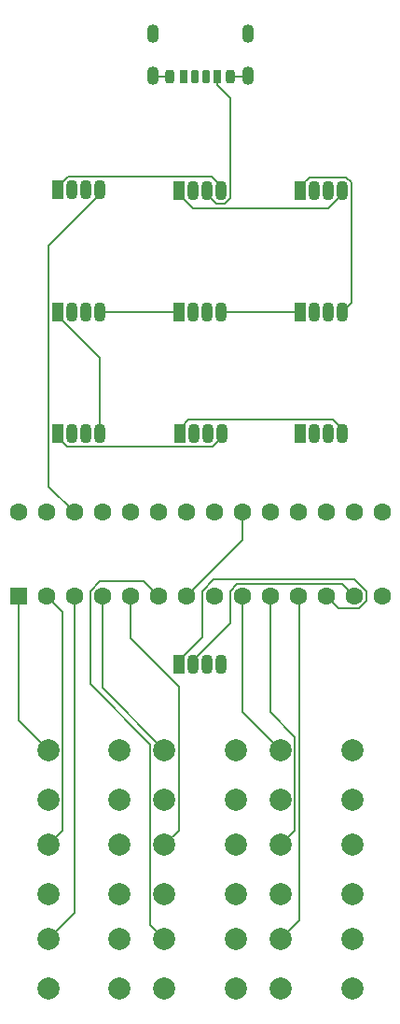
<source format=gbr>
%TF.GenerationSoftware,KiCad,Pcbnew,9.0.6*%
%TF.CreationDate,2025-12-09T19:02:22+01:00*%
%TF.ProjectId,tictactoe,74696374-6163-4746-9f65-2e6b69636164,rev?*%
%TF.SameCoordinates,Original*%
%TF.FileFunction,Copper,L1,Top*%
%TF.FilePolarity,Positive*%
%FSLAX46Y46*%
G04 Gerber Fmt 4.6, Leading zero omitted, Abs format (unit mm)*
G04 Created by KiCad (PCBNEW 9.0.6) date 2025-12-09 19:02:22*
%MOMM*%
%LPD*%
G01*
G04 APERTURE LIST*
G04 Aperture macros list*
%AMRoundRect*
0 Rectangle with rounded corners*
0 $1 Rounding radius*
0 $2 $3 $4 $5 $6 $7 $8 $9 X,Y pos of 4 corners*
0 Add a 4 corners polygon primitive as box body*
4,1,4,$2,$3,$4,$5,$6,$7,$8,$9,$2,$3,0*
0 Add four circle primitives for the rounded corners*
1,1,$1+$1,$2,$3*
1,1,$1+$1,$4,$5*
1,1,$1+$1,$6,$7*
1,1,$1+$1,$8,$9*
0 Add four rect primitives between the rounded corners*
20,1,$1+$1,$2,$3,$4,$5,0*
20,1,$1+$1,$4,$5,$6,$7,0*
20,1,$1+$1,$6,$7,$8,$9,0*
20,1,$1+$1,$8,$9,$2,$3,0*%
G04 Aperture macros list end*
%TA.AperFunction,ComponentPad*%
%ADD10O,1.070000X1.800000*%
%TD*%
%TA.AperFunction,ComponentPad*%
%ADD11R,1.070000X1.800000*%
%TD*%
%TA.AperFunction,HeatsinkPad*%
%ADD12O,1.100000X1.700000*%
%TD*%
%TA.AperFunction,SMDPad,CuDef*%
%ADD13RoundRect,0.200000X0.200000X0.400000X-0.200000X0.400000X-0.200000X-0.400000X0.200000X-0.400000X0*%
%TD*%
%TA.AperFunction,SMDPad,CuDef*%
%ADD14RoundRect,0.190000X0.190000X0.410000X-0.190000X0.410000X-0.190000X-0.410000X0.190000X-0.410000X0*%
%TD*%
%TA.AperFunction,SMDPad,CuDef*%
%ADD15RoundRect,0.175000X-0.175000X-0.425000X0.175000X-0.425000X0.175000X0.425000X-0.175000X0.425000X0*%
%TD*%
%TA.AperFunction,SMDPad,CuDef*%
%ADD16RoundRect,0.200000X-0.200000X-0.400000X0.200000X-0.400000X0.200000X0.400000X-0.200000X0.400000X0*%
%TD*%
%TA.AperFunction,SMDPad,CuDef*%
%ADD17RoundRect,0.190000X-0.190000X-0.410000X0.190000X-0.410000X0.190000X0.410000X-0.190000X0.410000X0*%
%TD*%
%TA.AperFunction,SMDPad,CuDef*%
%ADD18RoundRect,0.175000X0.175000X0.425000X-0.175000X0.425000X-0.175000X-0.425000X0.175000X-0.425000X0*%
%TD*%
%TA.AperFunction,ComponentPad*%
%ADD19RoundRect,0.250000X0.550000X-0.550000X0.550000X0.550000X-0.550000X0.550000X-0.550000X-0.550000X0*%
%TD*%
%TA.AperFunction,ComponentPad*%
%ADD20C,1.600000*%
%TD*%
%TA.AperFunction,ComponentPad*%
%ADD21C,2.000000*%
%TD*%
%TA.AperFunction,Conductor*%
%ADD22C,0.200000*%
%TD*%
G04 APERTURE END LIST*
D10*
%TO.P,D7,4,DI*%
%TO.N,Net-(D6-DO)*%
X139385000Y-71585000D03*
%TO.P,D7,3,VDD*%
%TO.N,+5V*%
X138115000Y-71585000D03*
%TO.P,D7,2,GND*%
%TO.N,GND*%
X136845000Y-71585000D03*
D11*
%TO.P,D7,1,DO*%
%TO.N,Net-(D7-DO)*%
X135575000Y-71585000D03*
%TD*%
D10*
%TO.P,D8,4,DI*%
%TO.N,Net-(D7-DO)*%
X150425000Y-71585000D03*
%TO.P,D8,3,VDD*%
%TO.N,+5V*%
X149155000Y-71585000D03*
%TO.P,D8,2,GND*%
%TO.N,GND*%
X147885000Y-71585000D03*
D11*
%TO.P,D8,1,DO*%
%TO.N,Net-(D8-DO)*%
X146615000Y-71585000D03*
%TD*%
D10*
%TO.P,D9,4,DI*%
%TO.N,Net-(D8-DO)*%
X161405000Y-71585000D03*
%TO.P,D9,3,VDD*%
%TO.N,+5V*%
X160135000Y-71585000D03*
%TO.P,D9,2,GND*%
%TO.N,GND*%
X158865000Y-71585000D03*
D11*
%TO.P,D9,1,DO*%
%TO.N,unconnected-(D9-DO-Pad1)*%
X157595000Y-71585000D03*
%TD*%
D10*
%TO.P,D4,4,DI*%
%TO.N,Net-(D3-DO)*%
X161390000Y-60585000D03*
%TO.P,D4,3,VDD*%
%TO.N,+5V*%
X160120000Y-60585000D03*
%TO.P,D4,2,GND*%
%TO.N,GND*%
X158850000Y-60585000D03*
D11*
%TO.P,D4,1,DO*%
%TO.N,Net-(D4-DO)*%
X157580000Y-60585000D03*
%TD*%
D10*
%TO.P,D2,4,DI*%
%TO.N,Net-(D1-DO)*%
X150385000Y-49585000D03*
%TO.P,D2,3,VDD*%
%TO.N,+5V*%
X149115000Y-49585000D03*
%TO.P,D2,2,GND*%
%TO.N,GND*%
X147845000Y-49585000D03*
D11*
%TO.P,D2,1,DO*%
%TO.N,Net-(D2-DO)*%
X146575000Y-49585000D03*
%TD*%
D10*
%TO.P,D5,4,DI*%
%TO.N,Net-(D4-DO)*%
X150385000Y-60585000D03*
%TO.P,D5,3,VDD*%
%TO.N,+5V*%
X149115000Y-60585000D03*
%TO.P,D5,2,GND*%
%TO.N,GND*%
X147845000Y-60585000D03*
D11*
%TO.P,D5,1,DO*%
%TO.N,Net-(D5-DO)*%
X146575000Y-60585000D03*
%TD*%
D10*
%TO.P,D3,4,DI*%
%TO.N,Net-(D2-DO)*%
X161385000Y-49585000D03*
%TO.P,D3,3,VDD*%
%TO.N,+5V*%
X160115000Y-49585000D03*
%TO.P,D3,2,GND*%
%TO.N,GND*%
X158845000Y-49585000D03*
D11*
%TO.P,D3,1,DO*%
%TO.N,Net-(D3-DO)*%
X157575000Y-49585000D03*
%TD*%
D10*
%TO.P,D6,4,DI*%
%TO.N,Net-(D5-DO)*%
X139385000Y-60585000D03*
%TO.P,D6,3,VDD*%
%TO.N,+5V*%
X138115000Y-60585000D03*
%TO.P,D6,2,GND*%
%TO.N,GND*%
X136845000Y-60585000D03*
D11*
%TO.P,D6,1,DO*%
%TO.N,Net-(D6-DO)*%
X135575000Y-60585000D03*
%TD*%
D12*
%TO.P,J1,S1,SHIELD*%
%TO.N,GND*%
X144170000Y-35400000D03*
X144170000Y-39200000D03*
X152810000Y-35400000D03*
X152810000Y-39200000D03*
D13*
%TO.P,J1,B12,GND*%
X151240000Y-39280000D03*
D14*
%TO.P,J1,B9,VBUS*%
%TO.N,+5V*%
X150010000Y-39280000D03*
D15*
%TO.P,J1,B5,CC2*%
%TO.N,unconnected-(J1-CC2-PadB5)*%
X147990000Y-39280000D03*
D16*
%TO.P,J1,A12,GND*%
%TO.N,GND*%
X145740000Y-39280000D03*
D17*
%TO.P,J1,A9,VBUS*%
%TO.N,+5V*%
X146970000Y-39280000D03*
D18*
%TO.P,J1,A5,CC1*%
%TO.N,unconnected-(J1-CC1-PadA5)*%
X148990000Y-39280000D03*
%TD*%
D11*
%TO.P,D1,1,DO*%
%TO.N,Net-(D1-DO)*%
X135585000Y-49550000D03*
D10*
%TO.P,D1,2,GND*%
%TO.N,GND*%
X136855000Y-49550000D03*
%TO.P,D1,3,VDD*%
%TO.N,+5V*%
X138125000Y-49550000D03*
%TO.P,D1,4,DI*%
%TO.N,display*%
X139395000Y-49550000D03*
%TD*%
D19*
%TO.P,U1,1,~{RESET}/PC6*%
%TO.N,Net-(U1-~{RESET}{slash}PC6)*%
X131980000Y-86355000D03*
D20*
%TO.P,U1,2,PD0*%
%TO.N,Net-(U1-PD0)*%
X134520000Y-86355000D03*
%TO.P,U1,3,PD1*%
%TO.N,Net-(U1-PD1)*%
X137060000Y-86355000D03*
%TO.P,U1,4,PD2*%
%TO.N,Net-(U1-PD2)*%
X139600000Y-86355000D03*
%TO.P,U1,5,PD3*%
%TO.N,Net-(U1-PD3)*%
X142140000Y-86355000D03*
%TO.P,U1,6,PD4*%
%TO.N,Net-(U1-PD4)*%
X144680000Y-86355000D03*
%TO.P,U1,7,VCC*%
%TO.N,+5V*%
X147220000Y-86355000D03*
%TO.P,U1,8,GND*%
%TO.N,GND*%
X149760000Y-86355000D03*
%TO.P,U1,9,XTAL1/PB6*%
%TO.N,Net-(U1-XTAL1{slash}PB6)*%
X152300000Y-86355000D03*
%TO.P,U1,10,XTAL2/PB7*%
%TO.N,Net-(U1-XTAL2{slash}PB7)*%
X154840000Y-86355000D03*
%TO.P,U1,11,PD5*%
%TO.N,Net-(U1-PD5)*%
X157380000Y-86355000D03*
%TO.P,U1,12,PD6*%
%TO.N,Net-(D10-RA)*%
X159920000Y-86355000D03*
%TO.P,U1,13,PD7*%
%TO.N,Net-(D10-GA)*%
X162460000Y-86355000D03*
%TO.P,U1,14,PB0*%
%TO.N,Net-(D10-BA)*%
X165000000Y-86355000D03*
%TO.P,U1,15,PB1*%
%TO.N,unconnected-(U1-PB1-Pad15)*%
X165000000Y-78735000D03*
%TO.P,U1,16,PB2*%
%TO.N,unconnected-(U1-PB2-Pad16)*%
X162460000Y-78735000D03*
%TO.P,U1,17,PB3*%
%TO.N,unconnected-(U1-PB3-Pad17)*%
X159920000Y-78735000D03*
%TO.P,U1,18,PB4*%
%TO.N,unconnected-(U1-PB4-Pad18)*%
X157380000Y-78735000D03*
%TO.P,U1,19,PB5*%
%TO.N,unconnected-(U1-PB5-Pad19)*%
X154840000Y-78735000D03*
%TO.P,U1,20,AVCC*%
%TO.N,+5V*%
X152300000Y-78735000D03*
%TO.P,U1,21,AREF*%
%TO.N,unconnected-(U1-AREF-Pad21)*%
X149760000Y-78735000D03*
%TO.P,U1,22,GND*%
%TO.N,GND*%
X147220000Y-78735000D03*
%TO.P,U1,23,PC0*%
%TO.N,unconnected-(U1-PC0-Pad23)*%
X144680000Y-78735000D03*
%TO.P,U1,24,PC1*%
%TO.N,unconnected-(U1-PC1-Pad24)*%
X142140000Y-78735000D03*
%TO.P,U1,25,PC2*%
%TO.N,unconnected-(U1-PC2-Pad25)*%
X139600000Y-78735000D03*
%TO.P,U1,26,PC3*%
%TO.N,display*%
X137060000Y-78735000D03*
%TO.P,U1,27,PC4*%
%TO.N,unconnected-(U1-PC4-Pad27)*%
X134520000Y-78735000D03*
%TO.P,U1,28,PC5*%
%TO.N,unconnected-(U1-PC5-Pad28)*%
X131980000Y-78735000D03*
%TD*%
D21*
%TO.P,SW9,1,1*%
%TO.N,Net-(U1-PD5)*%
X155790000Y-117415564D03*
X162290000Y-117415564D03*
%TO.P,SW9,2,2*%
%TO.N,GND*%
X155790000Y-121915564D03*
X162290000Y-121915564D03*
%TD*%
%TO.P,SW8,1,1*%
%TO.N,Net-(U1-XTAL2{slash}PB7)*%
X155790000Y-108865564D03*
X162290000Y-108865564D03*
%TO.P,SW8,2,2*%
%TO.N,GND*%
X155790000Y-113365564D03*
X162290000Y-113365564D03*
%TD*%
%TO.P,SW7,1,1*%
%TO.N,Net-(U1-XTAL1{slash}PB6)*%
X155790000Y-100315564D03*
X162290000Y-100315564D03*
%TO.P,SW7,2,2*%
%TO.N,GND*%
X155790000Y-104815564D03*
X162290000Y-104815564D03*
%TD*%
%TO.P,SW6,1,1*%
%TO.N,Net-(U1-PD4)*%
X145240000Y-117415564D03*
X151740000Y-117415564D03*
%TO.P,SW6,2,2*%
%TO.N,GND*%
X145240000Y-121915564D03*
X151740000Y-121915564D03*
%TD*%
%TO.P,SW5,1,1*%
%TO.N,Net-(U1-PD3)*%
X145240000Y-108865564D03*
X151740000Y-108865564D03*
%TO.P,SW5,2,2*%
%TO.N,GND*%
X145240000Y-113365564D03*
X151740000Y-113365564D03*
%TD*%
%TO.P,SW4,1,1*%
%TO.N,Net-(U1-PD2)*%
X145240000Y-100315564D03*
X151740000Y-100315564D03*
%TO.P,SW4,2,2*%
%TO.N,GND*%
X145240000Y-104815564D03*
X151740000Y-104815564D03*
%TD*%
%TO.P,SW3,1,1*%
%TO.N,Net-(U1-PD1)*%
X134690000Y-117415564D03*
X141190000Y-117415564D03*
%TO.P,SW3,2,2*%
%TO.N,GND*%
X134690000Y-121915564D03*
X141190000Y-121915564D03*
%TD*%
%TO.P,SW2,1,1*%
%TO.N,Net-(U1-PD0)*%
X134690000Y-108865564D03*
X141190000Y-108865564D03*
%TO.P,SW2,2,2*%
%TO.N,GND*%
X134690000Y-113365564D03*
X141190000Y-113365564D03*
%TD*%
%TO.P,SW1,1,1*%
%TO.N,Net-(U1-~{RESET}{slash}PC6)*%
X134690000Y-100315564D03*
X141190000Y-100315564D03*
%TO.P,SW1,2,2*%
%TO.N,GND*%
X134690000Y-104815564D03*
X141190000Y-104815564D03*
%TD*%
D11*
%TO.P,D10,1,RA*%
%TO.N,Net-(D10-RA)*%
X146585000Y-92550000D03*
D10*
%TO.P,D10,2,GA*%
%TO.N,Net-(D10-GA)*%
X147855000Y-92550000D03*
%TO.P,D10,3,BA*%
%TO.N,Net-(D10-BA)*%
X149125000Y-92550000D03*
%TO.P,D10,4,K*%
%TO.N,GND*%
X150395000Y-92550000D03*
%TD*%
D22*
%TO.N,Net-(D10-RA)*%
X161021000Y-87456000D02*
X159920000Y-86355000D01*
X163561000Y-86811050D02*
X162916050Y-87456000D01*
X163561000Y-85898950D02*
X163561000Y-86811050D01*
X162515050Y-84853000D02*
X163561000Y-85898950D01*
X149704950Y-84853000D02*
X162515050Y-84853000D01*
X148659000Y-85898950D02*
X149704950Y-84853000D01*
X148659000Y-90111000D02*
X148659000Y-85898950D01*
X162916050Y-87456000D02*
X161021000Y-87456000D01*
X146585000Y-92185000D02*
X148659000Y-90111000D01*
X146585000Y-92550000D02*
X146585000Y-92185000D01*
%TO.N,Net-(D10-GA)*%
X161359000Y-85254000D02*
X162460000Y-86355000D01*
X151843950Y-85254000D02*
X161359000Y-85254000D01*
X151199000Y-85898950D02*
X151843950Y-85254000D01*
X147855000Y-92185000D02*
X151199000Y-88841000D01*
X147855000Y-92550000D02*
X147855000Y-92185000D01*
X151199000Y-88841000D02*
X151199000Y-85898950D01*
%TO.N,GND*%
X144250000Y-39280000D02*
X144170000Y-39200000D01*
X145740000Y-39280000D02*
X144250000Y-39280000D01*
X152730000Y-39280000D02*
X152810000Y-39200000D01*
X151240000Y-39280000D02*
X152730000Y-39280000D01*
%TO.N,+5V*%
X150010000Y-40010000D02*
X150010000Y-39280000D01*
%TO.N,Net-(U1-PD5)*%
X157492000Y-86467000D02*
X157380000Y-86355000D01*
X157492000Y-115713564D02*
X157492000Y-86467000D01*
X155790000Y-117415564D02*
X157492000Y-115713564D01*
%TO.N,Net-(U1-XTAL2{slash}PB7)*%
X154840000Y-96840000D02*
X154840000Y-86355000D01*
X157091000Y-99091000D02*
X154840000Y-96840000D01*
X155790000Y-108865564D02*
X157091000Y-107564564D01*
X157091000Y-107564564D02*
X157091000Y-99091000D01*
%TO.N,Net-(U1-XTAL1{slash}PB6)*%
X152300000Y-96825564D02*
X152300000Y-86355000D01*
X155790000Y-100315564D02*
X152300000Y-96825564D01*
%TO.N,Net-(U1-PD4)*%
X139397950Y-85000000D02*
X143325000Y-85000000D01*
X138499000Y-85898950D02*
X139397950Y-85000000D01*
X138499000Y-94336672D02*
X138499000Y-85898950D01*
X143325000Y-85000000D02*
X144680000Y-86355000D01*
X143939000Y-116114564D02*
X143939000Y-99776672D01*
X145240000Y-117415564D02*
X143939000Y-116114564D01*
X143939000Y-99776672D02*
X138499000Y-94336672D01*
%TO.N,Net-(U1-PD3)*%
X142140000Y-90142000D02*
X142140000Y-86355000D01*
X146541000Y-94543000D02*
X142140000Y-90142000D01*
X146541000Y-107564564D02*
X146541000Y-94543000D01*
X145240000Y-108865564D02*
X146541000Y-107564564D01*
%TO.N,Net-(U1-PD2)*%
X139600000Y-94675564D02*
X139600000Y-86355000D01*
X145240000Y-100315564D02*
X139600000Y-94675564D01*
%TO.N,Net-(U1-PD1)*%
X137060000Y-115045564D02*
X137060000Y-86355000D01*
X134690000Y-117415564D02*
X137060000Y-115045564D01*
%TO.N,Net-(U1-PD0)*%
X135991000Y-107564564D02*
X135991000Y-87826000D01*
X134690000Y-108865564D02*
X135991000Y-107564564D01*
X135991000Y-87826000D02*
X134520000Y-86355000D01*
%TO.N,Net-(U1-~{RESET}{slash}PC6)*%
X131980000Y-97605564D02*
X131980000Y-86355000D01*
X134690000Y-100315564D02*
X131980000Y-97605564D01*
%TO.N,+5V*%
X152300000Y-81275000D02*
X147220000Y-86355000D01*
X152300000Y-78735000D02*
X152300000Y-81275000D01*
%TO.N,display*%
X134739000Y-76414000D02*
X137060000Y-78735000D01*
X139395000Y-49915000D02*
X134739000Y-54571000D01*
X134739000Y-54571000D02*
X134739000Y-76414000D01*
X139395000Y-49550000D02*
X139395000Y-49915000D01*
%TO.N,Net-(D2-DO)*%
X161385000Y-49950000D02*
X161385000Y-49585000D01*
X160148000Y-51187000D02*
X161385000Y-49950000D01*
X147812000Y-51187000D02*
X160148000Y-51187000D01*
X146575000Y-49950000D02*
X147812000Y-51187000D01*
X146575000Y-49585000D02*
X146575000Y-49950000D01*
%TO.N,+5V*%
X150731283Y-50786000D02*
X149951000Y-50786000D01*
X149115000Y-49950000D02*
X149115000Y-49585000D01*
X151221000Y-41221000D02*
X151221000Y-50296283D01*
X151221000Y-50296283D02*
X150731283Y-50786000D01*
X150010000Y-40010000D02*
X151221000Y-41221000D01*
X149951000Y-50786000D02*
X149115000Y-49950000D01*
%TO.N,Net-(D8-DO)*%
X160569000Y-70384000D02*
X161405000Y-71220000D01*
X147451000Y-70384000D02*
X160569000Y-70384000D01*
X146615000Y-71220000D02*
X147451000Y-70384000D01*
X161405000Y-71220000D02*
X161405000Y-71585000D01*
X146615000Y-71585000D02*
X146615000Y-71220000D01*
%TO.N,Net-(D7-DO)*%
X150425000Y-71950000D02*
X150425000Y-71585000D01*
X149589000Y-72786000D02*
X150425000Y-71950000D01*
X136411000Y-72786000D02*
X149589000Y-72786000D01*
X135575000Y-71950000D02*
X136411000Y-72786000D01*
X135575000Y-71585000D02*
X135575000Y-71950000D01*
%TO.N,Net-(D6-DO)*%
X139385000Y-64760000D02*
X139385000Y-71585000D01*
X135575000Y-60950000D02*
X139385000Y-64760000D01*
X135575000Y-60585000D02*
X135575000Y-60950000D01*
%TO.N,Net-(D5-DO)*%
X146575000Y-60585000D02*
X139385000Y-60585000D01*
%TO.N,Net-(D4-DO)*%
X157580000Y-60585000D02*
X150385000Y-60585000D01*
%TO.N,Net-(D3-DO)*%
X162221000Y-59754000D02*
X161390000Y-60585000D01*
X161731283Y-48384000D02*
X162221000Y-48873717D01*
X158411000Y-48384000D02*
X161731283Y-48384000D01*
X157575000Y-49220000D02*
X158411000Y-48384000D01*
X162221000Y-48873717D02*
X162221000Y-59754000D01*
X157575000Y-49585000D02*
X157575000Y-49220000D01*
%TO.N,Net-(D1-DO)*%
X136508717Y-48349000D02*
X149514000Y-48349000D01*
X135585000Y-49272717D02*
X136508717Y-48349000D01*
X150385000Y-49220000D02*
X150385000Y-49585000D01*
X135585000Y-49550000D02*
X135585000Y-49272717D01*
X149514000Y-48349000D02*
X150385000Y-49220000D01*
%TO.N,GND*%
X145660000Y-39200000D02*
X145740000Y-39280000D01*
X151320000Y-39200000D02*
X151240000Y-39280000D01*
%TD*%
M02*

</source>
